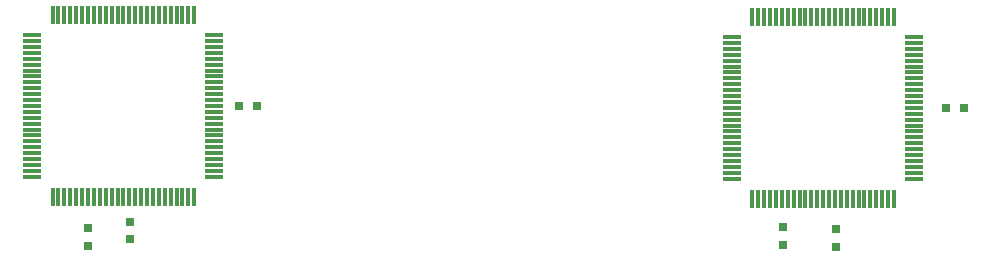
<source format=gbp>
G04 #@! TF.GenerationSoftware,KiCad,Pcbnew,(5.0.0-rc2-35-gda6600525)*
G04 #@! TF.CreationDate,2018-05-30T11:51:47-07:00*
G04 #@! TF.ProjectId,ram-based-register-card,72616D2D62617365642D726567697374,rev?*
G04 #@! TF.SameCoordinates,Original*
G04 #@! TF.FileFunction,Paste,Bot*
G04 #@! TF.FilePolarity,Positive*
%FSLAX46Y46*%
G04 Gerber Fmt 4.6, Leading zero omitted, Abs format (unit mm)*
G04 Created by KiCad (PCBNEW (5.0.0-rc2-35-gda6600525)) date 05/30/18 11:51:47*
%MOMM*%
%LPD*%
G01*
G04 APERTURE LIST*
%ADD10R,1.500000X0.300000*%
%ADD11R,0.300000X1.500000*%
%ADD12R,0.750000X0.800000*%
%ADD13R,0.800000X0.750000*%
G04 APERTURE END LIST*
D10*
G04 #@! TO.C,U3*
X88810000Y-61288000D03*
X88810000Y-60788000D03*
X88810000Y-60288000D03*
X88810000Y-59788000D03*
X88810000Y-59288000D03*
X88810000Y-58788000D03*
X88810000Y-58288000D03*
X88810000Y-57788000D03*
X88810000Y-57288000D03*
X88810000Y-56788000D03*
X88810000Y-56288000D03*
X88810000Y-55788000D03*
X88810000Y-55288000D03*
X88810000Y-54788000D03*
X88810000Y-54288000D03*
X88810000Y-53788000D03*
X88810000Y-53288000D03*
X88810000Y-52788000D03*
X88810000Y-52288000D03*
X88810000Y-51788000D03*
X88810000Y-51288000D03*
X88810000Y-50788000D03*
X88810000Y-50288000D03*
X88810000Y-49788000D03*
X88810000Y-49288000D03*
D11*
X87110000Y-47588000D03*
X86610000Y-47588000D03*
X86110000Y-47588000D03*
X85610000Y-47588000D03*
X85110000Y-47588000D03*
X84610000Y-47588000D03*
X84110000Y-47588000D03*
X83610000Y-47588000D03*
X83110000Y-47588000D03*
X82610000Y-47588000D03*
X82110000Y-47588000D03*
X81610000Y-47588000D03*
X81110000Y-47588000D03*
X80610000Y-47588000D03*
X80110000Y-47588000D03*
X79610000Y-47588000D03*
X79110000Y-47588000D03*
X78610000Y-47588000D03*
X78110000Y-47588000D03*
X77610000Y-47588000D03*
X77110000Y-47588000D03*
X76610000Y-47588000D03*
X76110000Y-47588000D03*
X75610000Y-47588000D03*
X75110000Y-47588000D03*
D10*
X73410000Y-49288000D03*
X73410000Y-49788000D03*
X73410000Y-50288000D03*
X73410000Y-50788000D03*
X73410000Y-51288000D03*
X73410000Y-51788000D03*
X73410000Y-52288000D03*
X73410000Y-52788000D03*
X73410000Y-53288000D03*
X73410000Y-53788000D03*
X73410000Y-54288000D03*
X73410000Y-54788000D03*
X73410000Y-55288000D03*
X73410000Y-55788000D03*
X73410000Y-56288000D03*
X73410000Y-56788000D03*
X73410000Y-57288000D03*
X73410000Y-57788000D03*
X73410000Y-58288000D03*
X73410000Y-58788000D03*
X73410000Y-59288000D03*
X73410000Y-59788000D03*
X73410000Y-60288000D03*
X73410000Y-60788000D03*
X73410000Y-61288000D03*
D11*
X75110000Y-62988000D03*
X75610000Y-62988000D03*
X76110000Y-62988000D03*
X76610000Y-62988000D03*
X77110000Y-62988000D03*
X77610000Y-62988000D03*
X78110000Y-62988000D03*
X78610000Y-62988000D03*
X79110000Y-62988000D03*
X79610000Y-62988000D03*
X80110000Y-62988000D03*
X80610000Y-62988000D03*
X81110000Y-62988000D03*
X81610000Y-62988000D03*
X82110000Y-62988000D03*
X82610000Y-62988000D03*
X83110000Y-62988000D03*
X83610000Y-62988000D03*
X84110000Y-62988000D03*
X84610000Y-62988000D03*
X85110000Y-62988000D03*
X85610000Y-62988000D03*
X86110000Y-62988000D03*
X86610000Y-62988000D03*
X87110000Y-62988000D03*
G04 #@! TD*
G04 #@! TO.C,U4*
X146350000Y-63150000D03*
X145850000Y-63150000D03*
X145350000Y-63150000D03*
X144850000Y-63150000D03*
X144350000Y-63150000D03*
X143850000Y-63150000D03*
X143350000Y-63150000D03*
X142850000Y-63150000D03*
X142350000Y-63150000D03*
X141850000Y-63150000D03*
X141350000Y-63150000D03*
X140850000Y-63150000D03*
X140350000Y-63150000D03*
X139850000Y-63150000D03*
X139350000Y-63150000D03*
X138850000Y-63150000D03*
X138350000Y-63150000D03*
X137850000Y-63150000D03*
X137350000Y-63150000D03*
X136850000Y-63150000D03*
X136350000Y-63150000D03*
X135850000Y-63150000D03*
X135350000Y-63150000D03*
X134850000Y-63150000D03*
X134350000Y-63150000D03*
D10*
X132650000Y-61450000D03*
X132650000Y-60950000D03*
X132650000Y-60450000D03*
X132650000Y-59950000D03*
X132650000Y-59450000D03*
X132650000Y-58950000D03*
X132650000Y-58450000D03*
X132650000Y-57950000D03*
X132650000Y-57450000D03*
X132650000Y-56950000D03*
X132650000Y-56450000D03*
X132650000Y-55950000D03*
X132650000Y-55450000D03*
X132650000Y-54950000D03*
X132650000Y-54450000D03*
X132650000Y-53950000D03*
X132650000Y-53450000D03*
X132650000Y-52950000D03*
X132650000Y-52450000D03*
X132650000Y-51950000D03*
X132650000Y-51450000D03*
X132650000Y-50950000D03*
X132650000Y-50450000D03*
X132650000Y-49950000D03*
X132650000Y-49450000D03*
D11*
X134350000Y-47750000D03*
X134850000Y-47750000D03*
X135350000Y-47750000D03*
X135850000Y-47750000D03*
X136350000Y-47750000D03*
X136850000Y-47750000D03*
X137350000Y-47750000D03*
X137850000Y-47750000D03*
X138350000Y-47750000D03*
X138850000Y-47750000D03*
X139350000Y-47750000D03*
X139850000Y-47750000D03*
X140350000Y-47750000D03*
X140850000Y-47750000D03*
X141350000Y-47750000D03*
X141850000Y-47750000D03*
X142350000Y-47750000D03*
X142850000Y-47750000D03*
X143350000Y-47750000D03*
X143850000Y-47750000D03*
X144350000Y-47750000D03*
X144850000Y-47750000D03*
X145350000Y-47750000D03*
X145850000Y-47750000D03*
X146350000Y-47750000D03*
D10*
X148050000Y-49450000D03*
X148050000Y-49950000D03*
X148050000Y-50450000D03*
X148050000Y-50950000D03*
X148050000Y-51450000D03*
X148050000Y-51950000D03*
X148050000Y-52450000D03*
X148050000Y-52950000D03*
X148050000Y-53450000D03*
X148050000Y-53950000D03*
X148050000Y-54450000D03*
X148050000Y-54950000D03*
X148050000Y-55450000D03*
X148050000Y-55950000D03*
X148050000Y-56450000D03*
X148050000Y-56950000D03*
X148050000Y-57450000D03*
X148050000Y-57950000D03*
X148050000Y-58450000D03*
X148050000Y-58950000D03*
X148050000Y-59450000D03*
X148050000Y-59950000D03*
X148050000Y-60450000D03*
X148050000Y-60950000D03*
X148050000Y-61450000D03*
G04 #@! TD*
D12*
G04 #@! TO.C,C7*
X81630000Y-65088000D03*
X81630000Y-66588000D03*
G04 #@! TD*
G04 #@! TO.C,C8*
X78120000Y-67120000D03*
X78120000Y-65620000D03*
G04 #@! TD*
D13*
G04 #@! TO.C,C9*
X90900000Y-55280000D03*
X92400000Y-55280000D03*
G04 #@! TD*
D12*
G04 #@! TO.C,C10*
X136920000Y-67020000D03*
X136920000Y-65520000D03*
G04 #@! TD*
G04 #@! TO.C,C11*
X141450000Y-65740000D03*
X141450000Y-67240000D03*
G04 #@! TD*
D13*
G04 #@! TO.C,C12*
X152290000Y-55450000D03*
X150790000Y-55450000D03*
G04 #@! TD*
M02*

</source>
